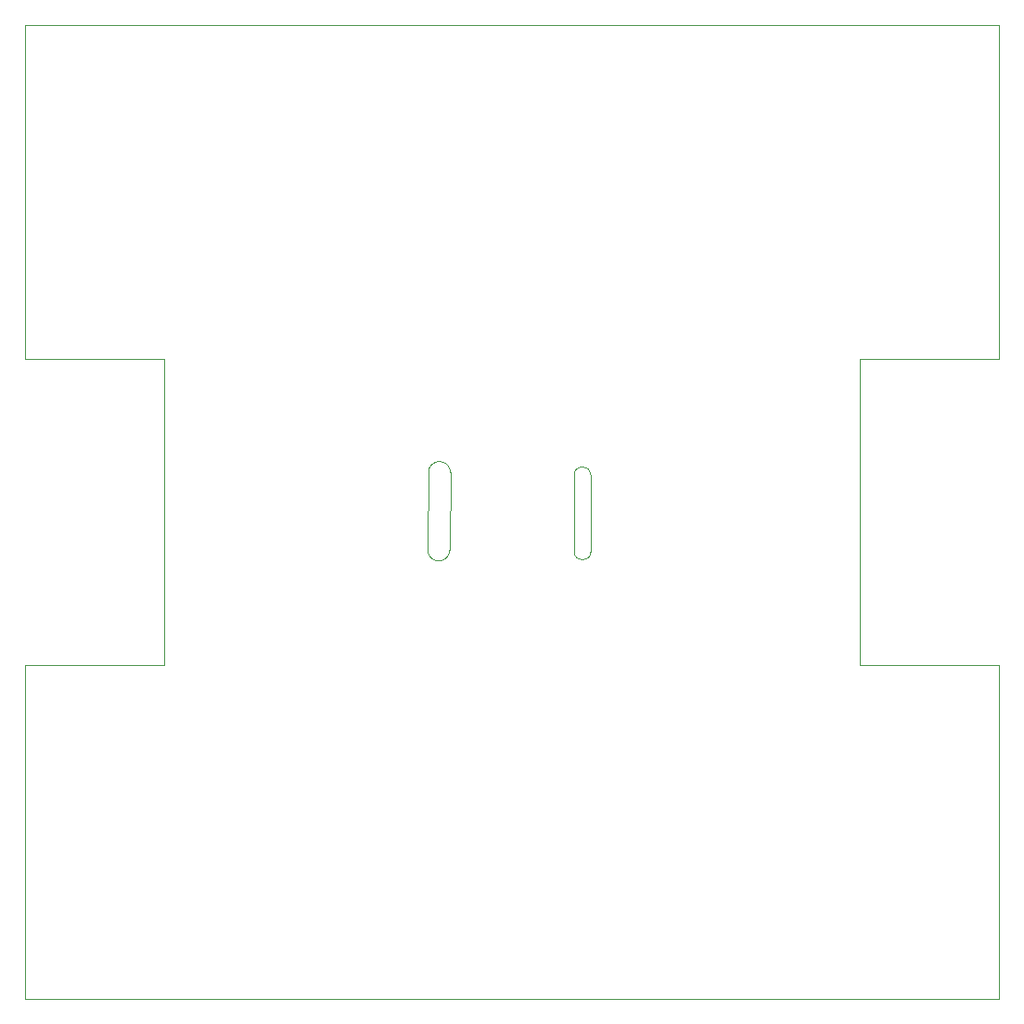
<source format=gbr>
%TF.GenerationSoftware,KiCad,Pcbnew,7.0.7*%
%TF.CreationDate,2023-11-09T14:18:27-08:00*%
%TF.ProjectId,Micro_Mouse,4d696372-6f5f-44d6-9f75-73652e6b6963,rev?*%
%TF.SameCoordinates,Original*%
%TF.FileFunction,Profile,NP*%
%FSLAX46Y46*%
G04 Gerber Fmt 4.6, Leading zero omitted, Abs format (unit mm)*
G04 Created by KiCad (PCBNEW 7.0.7) date 2023-11-09 14:18:27*
%MOMM*%
%LPD*%
G01*
G04 APERTURE LIST*
%TA.AperFunction,Profile*%
%ADD10C,0.100000*%
%TD*%
G04 APERTURE END LIST*
D10*
X159371116Y-98877071D02*
G75*
G03*
X160871116Y-98877071I750000J0D01*
G01*
X160849638Y-91853640D02*
G75*
G03*
X159349638Y-91853640I-750000J0D01*
G01*
X160871116Y-98877071D02*
X160849638Y-91853640D01*
X159349638Y-91853640D02*
X159371116Y-98877071D01*
X148058157Y-91628116D02*
G75*
G03*
X147058157Y-90628116I-1000000J0D01*
G01*
X147058157Y-90628116D02*
G75*
G03*
X146058157Y-91628116I0J-1000000D01*
G01*
X145993722Y-98715983D02*
G75*
G03*
X146993722Y-99715983I1000000J0D01*
G01*
X146993722Y-99715983D02*
G75*
G03*
X147993722Y-98715983I0J1000000D01*
G01*
X148058157Y-91628116D02*
X147993722Y-98715983D01*
X145993722Y-98715983D02*
X146058157Y-91628116D01*
X121920000Y-109220000D02*
X109220000Y-109220000D01*
X198120000Y-139700000D02*
X109220000Y-139700000D01*
X198120000Y-109220000D02*
X198120000Y-139700000D01*
X198120000Y-81280000D02*
X185420000Y-81280000D01*
X109220000Y-109220000D02*
X109220000Y-139700000D01*
X185420000Y-109220000D02*
X198120000Y-109220000D01*
X109220000Y-50800000D02*
X109220000Y-81280000D01*
X185420000Y-81280000D02*
X185420000Y-109220000D01*
X198120000Y-81280000D02*
X198120000Y-50800000D01*
X109220000Y-50800000D02*
X198120000Y-50800000D01*
X121920000Y-81280000D02*
X121920000Y-109220000D01*
X109220000Y-81280000D02*
X121920000Y-81280000D01*
M02*

</source>
